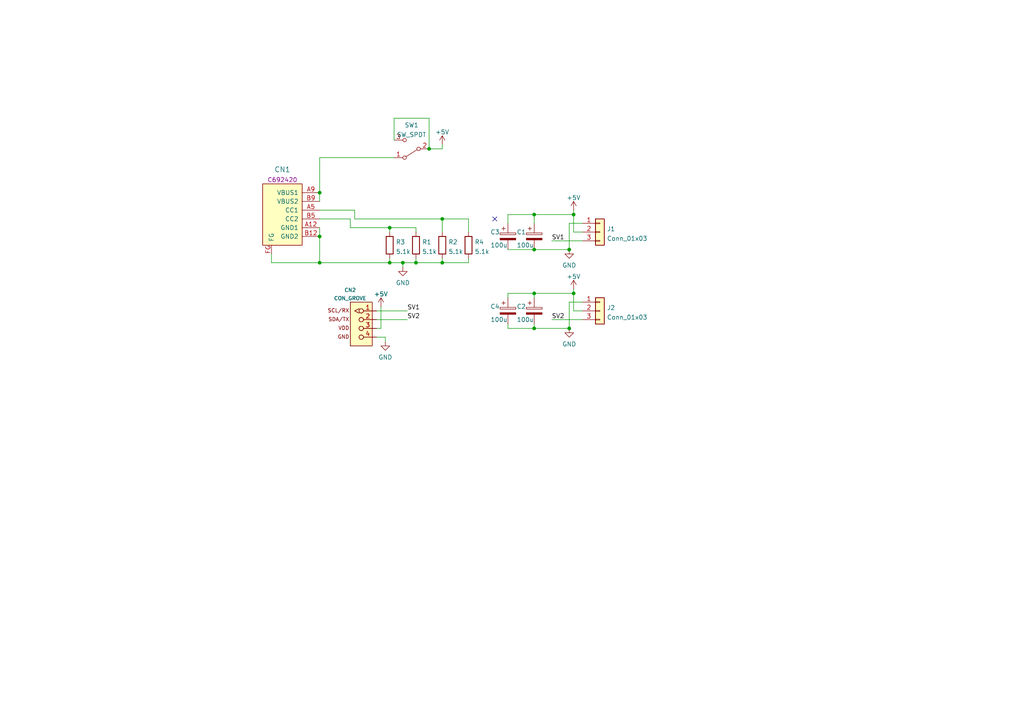
<source format=kicad_sch>
(kicad_sch (version 20231120) (generator "eeschema") (generator_version "8.0")
  (paper "A4")
  (lib_symbols
    (symbol "Connector_Generic:Conn_01x03" (pin_names (offset 1.016) hide)
      (property "Reference" "J" (at 0 5.08 0))
      (property "Value" "Conn_01x03" (at 0 -5.08 0))
      (symbol "Conn_01x03_1_1"
        (rectangle (start -1.27 -2.413) (end 0 -2.667) (stroke (width 0.1524)))
        (rectangle (start -1.27 0.127) (end 0 -0.127) (stroke (width 0.1524)))
        (rectangle (start -1.27 2.667) (end 0 2.413) (stroke (width 0.1524)))
        (rectangle (start -1.27 3.81) (end 1.27 -3.81) (stroke (width 0.254)) (fill (type background)))
        (pin passive line (at -5.08 2.54 0) (length 3.81) (name "Pin_1") (number "1"))
        (pin passive line (at -5.08 0 0) (length 3.81) (name "Pin_2") (number "2"))
        (pin passive line (at -5.08 -2.54 0) (length 3.81) (name "Pin_3") (number "3"))
      )
    )
    (symbol "Device:C_Polarized" (pin_numbers hide) (pin_names (offset 0.254))
      (property "Reference" "C" (at 0.635 2.54 0))
      (property "Value" "C_Polarized" (at 0.635 -2.54 0))
      (symbol "C_Polarized_0_1"
        (rectangle (start -2.286 0.508) (end 2.286 1.016))
        (polyline (pts (xy -1.778 2.286) (xy -0.762 2.286)))
        (polyline (pts (xy -1.27 2.794) (xy -1.27 1.778)))
        (rectangle (start 2.286 -0.508) (end -2.286 -1.016) (fill (type outline)))
      )
      (symbol "C_Polarized_1_1"
        (pin passive line (at 0 3.81 270) (length 2.794) (name "~") (number "1"))
        (pin passive line (at 0 -3.81 90) (length 2.794) (name "~") (number "2"))
      )
    )
    (symbol "Device:R" (pin_numbers hide) (pin_names (offset 0))
      (property "Reference" "R" (at 2.032 0 90))
      (property "Value" "R" (at 0 0 90))
      (symbol "R_0_1"
        (rectangle (start -1.016 -2.54) (end 1.016 2.54) (stroke (width 0.254)))
      )
      (symbol "R_1_1"
        (pin passive line (at 0 3.81 270) (length 1.27) (name "~") (number "1"))
        (pin passive line (at 0 -3.81 90) (length 1.27) (name "~") (number "2"))
      )
    )
    (symbol "Switch:SW_SPDT" (pin_names (offset 0) hide)
      (property "Reference" "SW" (at 0 4.318 0))
      (property "Value" "SW_SPDT" (at 0 -5.08 0))
      (symbol "SW_SPDT_0_0"
        (circle (center -2.032 0) (radius 0.508))
        (circle (center 2.032 -2.54) (radius 0.508))
      )
      (symbol "SW_SPDT_0_1"
        (polyline (pts (xy -1.524 0.254) (xy 1.651 2.286)))
        (circle (center 2.032 2.54) (radius 0.508))
      )
      (symbol "SW_SPDT_1_1"
        (pin passive line (at 5.08 2.54 180) (length 2.54) (name "A") (number "1"))
        (pin passive line (at -5.08 0 0) (length 2.54) (name "B") (number "2"))
        (pin passive line (at 5.08 -2.54 180) (length 2.54) (name "C") (number "3"))
      )
    )
    (symbol "akita:CON_GROVE" (pin_names (offset 1.016))
      (property "Reference" "CN" (at 0 3.81 0))
      (property "Value" "CON_GROVE" (at 3.81 -5.08 90))
      (symbol "CON_GROVE_1_0"
        (text "GND" (at 5.334 -5.588 0) (effects (font (size 1.0668 1.0668)) (justify left bottom)))
        (text "SCL/RX" (at 5.334 2.032 0) (effects (font (size 1.0668 1.0668)) (justify left bottom)))
        (text "SDA/TX" (at 5.334 -0.508 0) (effects (font (size 1.0668 1.0668)) (justify left bottom)))
        (text "VDD" (at 5.334 -3.048 0) (effects (font (size 1.0668 1.0668)) (justify left bottom)))
        (pin bidirectional inverted_clock (at -2.54 2.54 0) (length 5.08) (name "1") (number "1"))
        (pin bidirectional inverted (at -2.54 0 0) (length 5.08) (name "2") (number "2"))
        (pin bidirectional inverted (at -2.54 -2.54 0) (length 5.08) (name "3") (number "3"))
        (pin bidirectional inverted (at -2.54 -5.08 0) (length 5.08) (name "4") (number "4"))
      )
      (symbol "CON_GROVE_1_1"
        (rectangle (start -1.27 5.08) (end 5.08 -7.62) (stroke (width 0.2032)) (fill (type background)))
      )
    )
    (symbol "akita:CON_USB-C-6" (pin_names (offset 1.016))
      (property "Reference" "CN" (at -2.54 -8.89 0))
      (property "LCSC" "C692420" (at 0 0 0))
      (symbol "CON_USB-C-6_1_0"
        (rectangle (start -7.62 10.16) (end 3.81 -7.62) (stroke (width 0.2032)) (fill (type background)))
        (pin bidirectional line (at -12.7 -2.54 0) (length 5.08) (name "GND1") (number "A12"))
        (pin bidirectional line (at -12.7 2.54 0) (length 5.08) (name "CC1") (number "A5"))
        (pin bidirectional line (at -12.7 7.62 0) (length 5.08) (name "VBUS1") (number "A9"))
        (pin bidirectional line (at -12.7 -5.08 0) (length 5.08) (name "GND2") (number "B12"))
        (pin bidirectional line (at -12.7 0 0) (length 5.08) (name "CC2") (number "B5"))
        (pin bidirectional line (at -12.7 5.08 0) (length 5.08) (name "VBUS2") (number "B9"))
      )
      (symbol "CON_USB-C-6_1_1"
        (pin input line (at 1.27 -10.16 90) (length 2.54) (name "FG") (number "FG"))
      )
    )
    (symbol "power:+5V" (power) (pin_names (offset 0))
      (property "Value" "+5V" (at 0 3.556 0))
      (symbol "+5V_0_1"
        (polyline (pts (xy -0.762 1.27) (xy 0 2.54)))
        (polyline (pts (xy 0 0) (xy 0 2.54)))
        (polyline (pts (xy 0 2.54) (xy 0.762 1.27)))
      )
      (symbol "+5V_1_1"
        (pin power_in line (at 0 0 90) (length 0) hide (name "+5V") (number "1"))
      )
    )
    (symbol "power:GND" (power) (pin_names (offset 0))
      (property "Value" "GND" (at 0 -3.81 0))
      (symbol "GND_0_1"
        (polyline (pts (xy 0 0) (xy 0 -1.27) (xy 1.27 -1.27) (xy 0 -2.54) (xy -1.27 -1.27) (xy 0 -1.27)))
      )
      (symbol "GND_1_1"
        (pin power_in line (at 0 0 270) (length 0) hide (name "GND") (number "1"))
      )
    )
  )
  (junction (at 92.71 55.88))
  (junction (at 166.37 62.23))
  (junction (at 124.46 43.18))
  (junction (at 166.37 85.09))
  (junction (at 120.65 76.2))
  (junction (at 92.71 76.2))
  (junction (at 128.27 63.5))
  (junction (at 154.94 72.39))
  (junction (at 154.94 85.09))
  (junction (at 113.03 76.2))
  (junction (at 154.94 95.25))
  (junction (at 116.84 76.2))
  (junction (at 128.27 76.2))
  (junction (at 165.1 95.25))
  (junction (at 92.71 68.58))
  (junction (at 165.1 72.39))
  (junction (at 154.94 62.23))
  (junction (at 113.03 66.04))
  (no_connect (at 143.51 63.5))
  (wire (pts (xy 168.91 90.17) (xy 166.37 90.17)))
  (wire (pts (xy 165.1 64.77) (xy 165.1 72.39)))
  (wire (pts (xy 92.71 63.5) (xy 101.6 63.5)))
  (wire (pts (xy 147.32 95.25) (xy 147.32 93.98)))
  (wire (pts (xy 120.65 76.2) (xy 128.27 76.2)))
  (wire (pts (xy 92.71 68.58) (xy 92.71 76.2)))
  (wire (pts (xy 92.71 66.04) (xy 92.71 68.58)))
  (wire (pts (xy 166.37 67.31) (xy 166.37 62.23)))
  (wire (pts (xy 111.76 97.79) (xy 111.76 99.06)))
  (wire (pts (xy 128.27 63.5) (xy 102.87 63.5)))
  (wire (pts (xy 113.03 66.04) (xy 120.65 66.04)))
  (wire (pts (xy 109.22 90.17) (xy 118.11 90.17)))
  (wire (pts (xy 166.37 62.23) (xy 154.94 62.23)))
  (wire (pts (xy 160.02 69.85) (xy 168.91 69.85)))
  (wire (pts (xy 113.03 66.04) (xy 113.03 67.31)))
  (wire (pts (xy 114.3 34.29) (xy 124.46 34.29)))
  (wire (pts (xy 114.3 40.64) (xy 114.3 34.29)))
  (wire (pts (xy 128.27 43.18) (xy 128.27 41.91)))
  (wire (pts (xy 147.32 72.39) (xy 154.94 72.39)))
  (wire (pts (xy 78.74 76.2) (xy 78.74 73.66)))
  (wire (pts (xy 168.91 64.77) (xy 165.1 64.77)))
  (wire (pts (xy 128.27 76.2) (xy 128.27 74.93)))
  (wire (pts (xy 92.71 60.96) (xy 102.87 60.96)))
  (wire (pts (xy 124.46 43.18) (xy 128.27 43.18)))
  (wire (pts (xy 113.03 76.2) (xy 116.84 76.2)))
  (wire (pts (xy 113.03 74.93) (xy 113.03 76.2)))
  (wire (pts (xy 92.71 45.72) (xy 114.3 45.72)))
  (wire (pts (xy 160.02 92.71) (xy 168.91 92.71)))
  (wire (pts (xy 165.1 87.63) (xy 165.1 95.25)))
  (wire (pts (xy 109.22 95.25) (xy 110.49 95.25)))
  (wire (pts (xy 128.27 63.5) (xy 128.27 67.31)))
  (wire (pts (xy 101.6 66.04) (xy 113.03 66.04)))
  (wire (pts (xy 168.91 87.63) (xy 165.1 87.63)))
  (wire (pts (xy 92.71 58.42) (xy 92.71 55.88)))
  (wire (pts (xy 135.89 63.5) (xy 128.27 63.5)))
  (wire (pts (xy 101.6 63.5) (xy 101.6 66.04)))
  (wire (pts (xy 109.22 97.79) (xy 111.76 97.79)))
  (wire (pts (xy 166.37 62.23) (xy 166.37 60.96)))
  (wire (pts (xy 128.27 76.2) (xy 135.89 76.2)))
  (wire (pts (xy 165.1 95.25) (xy 154.94 95.25)))
  (wire (pts (xy 135.89 67.31) (xy 135.89 63.5)))
  (wire (pts (xy 135.89 76.2) (xy 135.89 74.93)))
  (wire (pts (xy 147.32 95.25) (xy 154.94 95.25)))
  (wire (pts (xy 166.37 85.09) (xy 154.94 85.09)))
  (wire (pts (xy 92.71 76.2) (xy 113.03 76.2)))
  (wire (pts (xy 109.22 92.71) (xy 118.11 92.71)))
  (wire (pts (xy 110.49 95.25) (xy 110.49 88.9)))
  (wire (pts (xy 154.94 85.09) (xy 154.94 86.36)))
  (wire (pts (xy 120.65 66.04) (xy 120.65 67.31)))
  (wire (pts (xy 124.46 34.29) (xy 124.46 43.18)))
  (wire (pts (xy 92.71 55.88) (xy 92.71 45.72)))
  (wire (pts (xy 166.37 85.09) (xy 166.37 83.82)))
  (wire (pts (xy 168.91 67.31) (xy 166.37 67.31)))
  (wire (pts (xy 154.94 85.09) (xy 147.32 85.09)))
  (wire (pts (xy 120.65 76.2) (xy 120.65 74.93)))
  (wire (pts (xy 166.37 90.17) (xy 166.37 85.09)))
  (wire (pts (xy 116.84 76.2) (xy 116.84 77.47)))
  (wire (pts (xy 147.32 62.23) (xy 147.32 64.77)))
  (wire (pts (xy 147.32 85.09) (xy 147.32 86.36)))
  (wire (pts (xy 78.74 76.2) (xy 92.71 76.2)))
  (wire (pts (xy 102.87 60.96) (xy 102.87 63.5)))
  (wire (pts (xy 116.84 76.2) (xy 120.65 76.2)))
  (wire (pts (xy 154.94 62.23) (xy 154.94 64.77)))
  (wire (pts (xy 154.94 95.25) (xy 154.94 93.98)))
  (wire (pts (xy 154.94 72.39) (xy 165.1 72.39)))
  (wire (pts (xy 154.94 62.23) (xy 147.32 62.23)))
  (label "SV2" (at 160.02 92.71 0))
  (label "SV1" (at 118.11 90.17 0))
  (label "SV1" (at 160.02 69.85 0))
  (label "SV2" (at 118.11 92.71 0))
  (symbol (lib_id "power:+5V") (at 110.49 88.9 0) (unit 1)
    (property "Reference" "#PWR01" (effects (hide yes)))
    (property "Value" "+5V" (at 110.49 85.2955 0))
  )
  (symbol (lib_id "akita:CON_USB-C-6") (at 80.01 63.5 0) (mirror y) (unit 1)
    (property "Reference" "CN1" (at 81.915 49.1722 0) (effects (font (size 1.4986 1.4986))))
    (property "Value" "CON_USB-C-6" (effects (hide yes)))
    (property "Footprint" "74th:Connector_USB-C-Receptacle_TH_6-Pin_Vertical" (effects (hide yes)))
    (property "LCSC" "C692420" (at 81.915 52.174 0))
  )
  (symbol (lib_id "power:GND") (at 165.1 95.25 0) (unit 1)
    (property "Reference" "#PWR06" (effects (hide yes)))
    (property "Value" "GND" (at 165.1 99.8125 0))
  )
  (symbol (lib_id "Device:C_Polarized") (at 154.94 68.58 0) (unit 1)
    (property "Reference" "C1" (at 149.86 67.31 0) (effects (justify left)))
    (property "Value" "100u" (at 149.86 71.12 0) (effects (justify left)))
    (property "Footprint" "Capacitor_THT:CP_Radial_D6.3mm_P2.50mm" (effects (hide yes)))
  )
  (symbol (lib_id "Device:R") (at 135.89 71.12 0) (unit 1)
    (property "Reference" "R4" (at 137.668 70.2115 0) (effects (justify left)))
    (property "Value" "5.1k" (at 137.668 72.9866 0) (effects (justify left)))
    (property "Footprint" "Resistor_THT:R_Axial_DIN0204_L3.6mm_D1.6mm_P7.62mm_Horizontal" (effects (hide yes)))
  )
  (symbol (lib_id "Connector_Generic:Conn_01x03") (at 173.99 90.17 0) (unit 1)
    (property "Reference" "J2" (at 176.022 89.2615 0) (effects (justify left)))
    (property "Value" "Conn_01x03" (at 176.022 92.0366 0) (effects (justify left)))
    (property "Footprint" "Connector_PinHeader_2.54mm:PinHeader_1x03_P2.54mm_Vertical" (effects (hide yes)))
  )
  (symbol (lib_id "Connector_Generic:Conn_01x03") (at 173.99 67.31 0) (unit 1)
    (property "Reference" "J1" (at 176.022 66.4015 0) (effects (justify left)))
    (property "Value" "Conn_01x03" (at 176.022 69.1766 0) (effects (justify left)))
    (property "Footprint" "Connector_PinHeader_2.54mm:PinHeader_1x03_P2.54mm_Vertical" (effects (hide yes)))
  )
  (symbol (lib_id "power:+5V") (at 166.37 60.96 0) (unit 1)
    (property "Reference" "#PWR07" (effects (hide yes)))
    (property "Value" "+5V" (at 166.37 57.3555 0))
  )
  (symbol (lib_id "power:GND") (at 116.84 77.47 0) (unit 1)
    (property "Reference" "#PWR03" (effects (hide yes)))
    (property "Value" "GND" (at 116.84 82.0325 0))
  )
  (symbol (lib_id "Device:C_Polarized") (at 147.32 90.17 0) (unit 1)
    (property "Reference" "C4" (at 142.24 88.9 0) (effects (justify left)))
    (property "Value" "100u" (at 142.24 92.71 0) (effects (justify left)))
    (property "Footprint" "Capacitor_SMD:C_1206_3216Metric" (effects (hide yes)))
  )
  (symbol (lib_id "power:+5V") (at 128.27 41.91 0) (unit 1)
    (property "Reference" "#PWR04" (effects (hide yes)))
    (property "Value" "+5V" (at 128.27 38.3055 0))
  )
  (symbol (lib_id "power:GND") (at 165.1 72.39 0) (unit 1)
    (property "Reference" "#PWR05" (effects (hide yes)))
    (property "Value" "GND" (at 165.1 76.9525 0))
  )
  (symbol (lib_id "akita:CON_GROVE") (at 106.68 92.71 0) (mirror y) (unit 1)
    (property "Reference" "CN2" (at 101.5587 84.1406 0) (effects (font (size 1.0668 1.0668))))
    (property "Value" "CON_GROVE" (at 101.5587 86.5123 0) (effects (font (size 1.0668 1.0668))))
    (property "Footprint" "akita:CON_GROVE_V" (effects (hide yes)))
  )
  (symbol (lib_id "Device:R") (at 120.65 71.12 0) (unit 1)
    (property "Reference" "R1" (at 122.428 70.2115 0) (effects (justify left)))
    (property "Value" "5.1k" (at 122.428 72.9866 0) (effects (justify left)))
    (property "Footprint" "Resistor_SMD:R_0603_1608Metric" (effects (hide yes)))
  )
  (symbol (lib_id "Device:C_Polarized") (at 154.94 90.17 0) (unit 1)
    (property "Reference" "C2" (at 149.86 88.9 0) (effects (justify left)))
    (property "Value" "100u" (at 149.86 92.71 0) (effects (justify left)))
    (property "Footprint" "Capacitor_THT:CP_Radial_D6.3mm_P2.50mm" (effects (hide yes)))
  )
  (symbol (lib_id "Device:R") (at 128.27 71.12 0) (unit 1)
    (property "Reference" "R2" (at 130.048 70.2115 0) (effects (justify left)))
    (property "Value" "5.1k" (at 130.048 72.9866 0) (effects (justify left)))
    (property "Footprint" "Resistor_SMD:R_0603_1608Metric" (effects (hide yes)))
  )
  (symbol (lib_id "power:+5V") (at 166.37 83.82 0) (unit 1)
    (property "Reference" "#PWR08" (effects (hide yes)))
    (property "Value" "+5V" (at 166.37 80.2155 0))
  )
  (symbol (lib_id "Device:R") (at 113.03 71.12 0) (unit 1)
    (property "Reference" "R3" (at 114.808 70.2115 0) (effects (justify left)))
    (property "Value" "5.1k" (at 114.808 72.9866 0) (effects (justify left)))
    (property "Footprint" "Resistor_THT:R_Axial_DIN0204_L3.6mm_D1.6mm_P7.62mm_Horizontal" (effects (hide yes)))
  )
  (symbol (lib_id "Device:C_Polarized") (at 147.32 68.58 0) (unit 1)
    (property "Reference" "C3" (at 142.24 67.31 0) (effects (justify left)))
    (property "Value" "100u" (at 142.24 71.12 0) (effects (justify left)))
    (property "Footprint" "Capacitor_SMD:C_1206_3216Metric" (effects (hide yes)))
  )
  (symbol (lib_id "power:GND") (at 111.76 99.06 0) (unit 1)
    (property "Reference" "#PWR02" (effects (hide yes)))
    (property "Value" "GND" (at 111.76 103.6225 0))
  )
  (symbol (lib_id "Switch:SW_SPDT") (at 119.38 43.18 180) (unit 1)
    (property "Reference" "SW1" (at 119.38 36.2925 0))
    (property "Value" "SW_SPDT" (at 119.38 39.0676 0))
    (property "Footprint" "akita:SW_SPDT_9x4mm_W2.5mm" (effects (hide yes)))
  )
)
</source>
